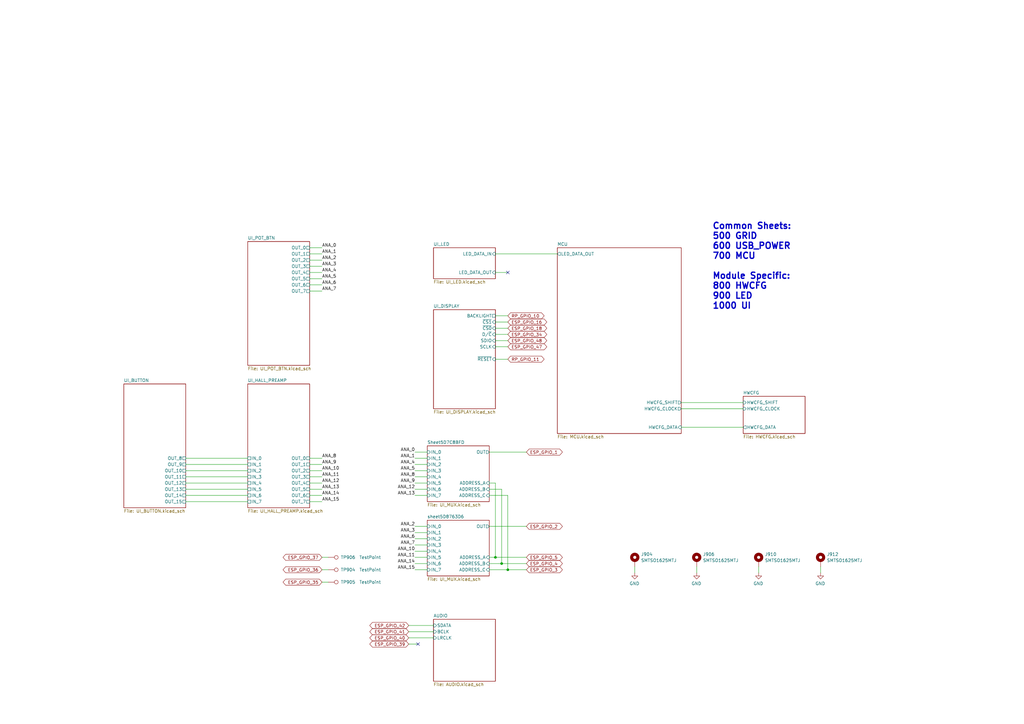
<source format=kicad_sch>
(kicad_sch (version 20231120) (generator "eeschema") (generator_version "8.0")
  (paper "A3")
  (lib_symbols
    (symbol "Connector:TestPoint" (pin_numbers hide) (pin_names (offset 0.762) hide)
      (property "Reference" "TP" (at 0 6.858 0))
      (property "Value" "TestPoint" (at 0 5.08 0))
      (symbol "TestPoint_0_1"
        (circle (center 0 3.302) (radius 0.762))
      )
      (symbol "TestPoint_1_1"
        (pin passive line (at 0 0 90) (length 2.54) (name "1") (number "1"))
      )
    )
    (symbol "power:GND" (power) (pin_names (offset 0))
      (property "Value" "GND" (at 0 -3.81 0))
      (symbol "GND_0_1"
        (polyline (pts (xy 0 0) (xy 0 -1.27) (xy 1.27 -1.27) (xy 0 -2.54) (xy -1.27 -1.27) (xy 0 -1.27)))
      )
      (symbol "GND_1_1"
        (pin power_in line (at 0 0 270) (length 0) hide (name "GND") (number "1"))
      )
    )
    (symbol "suku_basics:SMD_NUT" (pin_numbers hide) (pin_names (offset 1.016) hide)
      (property "Reference" "J" (at 0 6.35 0))
      (property "Value" "SMD_NUT" (at 0 4.445 0))
      (symbol "SMD_NUT_0_1"
        (circle (center 0 1.27) (radius 1.27) (stroke (width 1.27)))
      )
      (symbol "SMD_NUT_1_1"
        (pin input line (at 0 -2.54 90) (length 2.54) (name "1") (number "1"))
      )
    )
  )
  (junction (at 203.2 228.6))
  (junction (at 208.28 233.68))
  (junction (at 205.74 231.14))
  (no_connect (at 208.28 111.76))
  (no_connect (at 171.45 264.16))
  (wire (pts (xy 175.26 203.2) (xy 170.18 203.2)))
  (wire (pts (xy 279.4 165.1) (xy 304.8 165.1)))
  (wire (pts (xy 132.08 203.2) (xy 127 203.2)))
  (wire (pts (xy 127 101.6) (xy 132.08 101.6)))
  (wire (pts (xy 203.2 111.76) (xy 208.28 111.76)))
  (wire (pts (xy 132.08 193.04) (xy 127 193.04)))
  (wire (pts (xy 311.15 232.41) (xy 311.15 234.95)))
  (wire (pts (xy 228.6 104.14) (xy 203.2 104.14)))
  (wire (pts (xy 285.75 232.41) (xy 285.75 234.95)))
  (wire (pts (xy 127 190.5) (xy 132.08 190.5)))
  (wire (pts (xy 175.26 198.12) (xy 170.18 198.12)))
  (wire (pts (xy 175.26 233.68) (xy 170.18 233.68)))
  (wire (pts (xy 167.64 261.62) (xy 177.8 261.62)))
  (wire (pts (xy 76.2 193.04) (xy 101.6 193.04)))
  (wire (pts (xy 127 119.38) (xy 132.08 119.38)))
  (wire (pts (xy 132.08 238.76) (xy 134.62 238.76)))
  (wire (pts (xy 132.08 198.12) (xy 127 198.12)))
  (wire (pts (xy 336.55 232.41) (xy 336.55 234.95)))
  (wire (pts (xy 76.2 198.12) (xy 101.6 198.12)))
  (wire (pts (xy 260.35 232.41) (xy 260.35 234.95)))
  (wire (pts (xy 175.26 220.98) (xy 170.18 220.98)))
  (wire (pts (xy 200.66 228.6) (xy 203.2 228.6)))
  (wire (pts (xy 132.08 233.68) (xy 134.62 233.68)))
  (wire (pts (xy 127 109.22) (xy 132.08 109.22)))
  (wire (pts (xy 167.64 256.54) (xy 177.8 256.54)))
  (wire (pts (xy 203.2 134.62) (xy 208.28 134.62)))
  (wire (pts (xy 175.26 193.04) (xy 170.18 193.04)))
  (wire (pts (xy 200.66 185.42) (xy 215.9 185.42)))
  (wire (pts (xy 175.26 218.44) (xy 170.18 218.44)))
  (wire (pts (xy 167.64 259.08) (xy 177.8 259.08)))
  (wire (pts (xy 200.66 215.9) (xy 215.9 215.9)))
  (wire (pts (xy 203.2 147.32) (xy 208.28 147.32)))
  (wire (pts (xy 200.66 200.66) (xy 205.74 200.66)))
  (wire (pts (xy 208.28 233.68) (xy 215.9 233.68)))
  (wire (pts (xy 200.66 233.68) (xy 208.28 233.68)))
  (wire (pts (xy 279.4 175.26) (xy 304.8 175.26)))
  (wire (pts (xy 200.66 231.14) (xy 205.74 231.14)))
  (wire (pts (xy 132.08 106.68) (xy 127 106.68)))
  (wire (pts (xy 76.2 205.74) (xy 101.6 205.74)))
  (wire (pts (xy 205.74 200.66) (xy 205.74 231.14)))
  (wire (pts (xy 175.26 228.6) (xy 170.18 228.6)))
  (wire (pts (xy 127 104.14) (xy 132.08 104.14)))
  (wire (pts (xy 203.2 132.08) (xy 208.28 132.08)))
  (wire (pts (xy 132.08 111.76) (xy 127 111.76)))
  (wire (pts (xy 132.08 228.6) (xy 134.62 228.6)))
  (wire (pts (xy 175.26 187.96) (xy 170.18 187.96)))
  (wire (pts (xy 175.26 226.06) (xy 170.18 226.06)))
  (wire (pts (xy 203.2 142.24) (xy 208.28 142.24)))
  (wire (pts (xy 127 205.74) (xy 132.08 205.74)))
  (wire (pts (xy 279.4 167.64) (xy 304.8 167.64)))
  (wire (pts (xy 175.26 195.58) (xy 170.18 195.58)))
  (wire (pts (xy 175.26 215.9) (xy 170.18 215.9)))
  (wire (pts (xy 203.2 139.7) (xy 208.28 139.7)))
  (wire (pts (xy 132.08 187.96) (xy 127 187.96)))
  (wire (pts (xy 167.64 264.16) (xy 171.45 264.16)))
  (wire (pts (xy 200.66 198.12) (xy 203.2 198.12)))
  (wire (pts (xy 127 195.58) (xy 132.08 195.58)))
  (wire (pts (xy 205.74 231.14) (xy 215.9 231.14)))
  (wire (pts (xy 203.2 228.6) (xy 215.9 228.6)))
  (wire (pts (xy 76.2 195.58) (xy 101.6 195.58)))
  (wire (pts (xy 203.2 137.16) (xy 208.28 137.16)))
  (wire (pts (xy 175.26 190.5) (xy 170.18 190.5)))
  (wire (pts (xy 203.2 198.12) (xy 203.2 228.6)))
  (wire (pts (xy 175.26 231.14) (xy 170.18 231.14)))
  (wire (pts (xy 127 200.66) (xy 132.08 200.66)))
  (wire (pts (xy 208.28 203.2) (xy 208.28 233.68)))
  (wire (pts (xy 203.2 129.54) (xy 208.28 129.54)))
  (wire (pts (xy 76.2 200.66) (xy 101.6 200.66)))
  (wire (pts (xy 76.2 203.2) (xy 101.6 203.2)))
  (wire (pts (xy 175.26 185.42) (xy 170.18 185.42)))
  (wire (pts (xy 76.2 187.96) (xy 101.6 187.96)))
  (wire (pts (xy 127 114.3) (xy 132.08 114.3)))
  (wire (pts (xy 175.26 223.52) (xy 170.18 223.52)))
  (wire (pts (xy 175.26 200.66) (xy 170.18 200.66)))
  (wire (pts (xy 200.66 203.2) (xy 208.28 203.2)))
  (wire (pts (xy 76.2 190.5) (xy 101.6 190.5)))
  (wire (pts (xy 132.08 116.84) (xy 127 116.84)))
  (text "Common Sheets:\n500 GRID\n600 USB_POWER\n700 MCU\n\nModule Specific:\n800 HWCFG\n900 LED\n1000 UI" (at 292.1 127 0) (effects (font (size 2.54 2.54) (thickness 0.508) (bold yes)) (justify left bottom)))
  (label "ANA_13" (at 132.08 200.66 0))
  (label "ANA_6" (at 132.08 116.84 0))
  (label "ANA_6" (at 170.18 220.98 180))
  (label "ANA_15" (at 170.18 233.68 180))
  (label "ANA_9" (at 170.18 198.12 180))
  (label "ANA_4" (at 132.08 111.76 0))
  (label "ANA_14" (at 170.18 231.14 180))
  (label "ANA_10" (at 170.18 226.06 180))
  (label "ANA_4" (at 170.18 190.5 180))
  (label "ANA_5" (at 170.18 193.04 180))
  (label "ANA_1" (at 170.18 187.96 180))
  (label "ANA_11" (at 170.18 228.6 180))
  (label "ANA_5" (at 132.08 114.3 0))
  (label "ANA_13" (at 170.18 203.2 180))
  (label "ANA_7" (at 170.18 223.52 180))
  (label "ANA_2" (at 170.18 215.9 180))
  (label "ANA_11" (at 132.08 195.58 0))
  (label "ANA_12" (at 132.08 198.12 0))
  (label "ANA_3" (at 132.08 109.22 0))
  (label "ANA_12" (at 170.18 200.66 180))
  (label "ANA_8" (at 170.18 195.58 180))
  (label "ANA_14" (at 132.08 203.2 0))
  (label "ANA_2" (at 132.08 106.68 0))
  (label "ANA_0" (at 170.18 185.42 180))
  (label "ANA_0" (at 132.08 101.6 0))
  (label "ANA_8" (at 132.08 187.96 0))
  (label "ANA_7" (at 132.08 119.38 0))
  (label "ANA_3" (at 170.18 218.44 180))
  (label "ANA_15" (at 132.08 205.74 0))
  (label "ANA_9" (at 132.08 190.5 0))
  (label "ANA_1" (at 132.08 104.14 0))
  (label "ANA_10" (at 132.08 193.04 0))
  (global_label "ESP_GPIO_40" (shape bidirectional) (at 167.64 261.62 180) (property "Intersheetrefs" "${INTERSHEET_REFS}" (effects (hide yes))))
  (global_label "ESP_GPIO_39" (shape bidirectional) (at 167.64 264.16 180) (property "Intersheetrefs" "${INTERSHEET_REFS}" (effects (hide yes))))
  (global_label "ESP_GPIO_16" (shape bidirectional) (at 208.28 132.08 0) (property "Intersheetrefs" "${INTERSHEET_REFS}" (effects (hide yes))))
  (global_label "ESP_GPIO_5" (shape bidirectional) (at 215.9 228.6 0) (property "Intersheetrefs" "${INTERSHEET_REFS}" (effects (hide yes))))
  (global_label "ESP_GPIO_18" (shape bidirectional) (at 208.28 134.62 0) (property "Intersheetrefs" "${INTERSHEET_REFS}" (effects (hide yes))))
  (global_label "ESP_GPIO_1" (shape bidirectional) (at 215.9 185.42 0) (property "Intersheetrefs" "${INTERSHEET_REFS}" (effects (hide yes))))
  (global_label "RP_GPIO_10" (shape bidirectional) (at 208.28 129.54 0) (property "Intersheetrefs" "${INTERSHEET_REFS}" (effects (hide yes))))
  (global_label "RP_GPIO_11" (shape bidirectional) (at 208.28 147.32 0) (property "Intersheetrefs" "${INTERSHEET_REFS}" (effects (hide yes))))
  (global_label "ESP_GPIO_35" (shape bidirectional) (at 132.08 238.76 180) (property "Intersheetrefs" "${INTERSHEET_REFS}" (effects (hide yes))))
  (global_label "ESP_GPIO_47" (shape bidirectional) (at 208.28 142.24 0) (property "Intersheetrefs" "${INTERSHEET_REFS}" (effects (hide yes))))
  (global_label "ESP_GPIO_42" (shape bidirectional) (at 167.64 256.54 180) (property "Intersheetrefs" "${INTERSHEET_REFS}" (effects (hide yes))))
  (global_label "ESP_GPIO_37" (shape bidirectional) (at 132.08 228.6 180) (property "Intersheetrefs" "${INTERSHEET_REFS}" (effects (hide yes))))
  (global_label "ESP_GPIO_4" (shape bidirectional) (at 215.9 231.14 0) (property "Intersheetrefs" "${INTERSHEET_REFS}" (effects (hide yes))))
  (global_label "ESP_GPIO_34" (shape bidirectional) (at 208.28 137.16 0) (property "Intersheetrefs" "${INTERSHEET_REFS}" (effects (hide yes))))
  (global_label "ESP_GPIO_48" (shape bidirectional) (at 208.28 139.7 0) (property "Intersheetrefs" "${INTERSHEET_REFS}" (effects (hide yes))))
  (global_label "ESP_GPIO_3" (shape bidirectional) (at 215.9 233.68 0) (property "Intersheetrefs" "${INTERSHEET_REFS}" (effects (hide yes))))
  (global_label "ESP_GPIO_2" (shape bidirectional) (at 215.9 215.9 0) (property "Intersheetrefs" "${INTERSHEET_REFS}" (effects (hide yes))))
  (global_label "ESP_GPIO_41" (shape bidirectional) (at 167.64 259.08 180) (property "Intersheetrefs" "${INTERSHEET_REFS}" (effects (hide yes))))
  (global_label "ESP_GPIO_36" (shape bidirectional) (at 132.08 233.68 180) (property "Intersheetrefs" "${INTERSHEET_REFS}" (effects (hide yes))))
  (symbol (lib_id "Connector:TestPoint") (at 134.62 233.68 270) (unit 1)
    (property "Reference" "TP904" (at 139.7 233.68 90) (effects (justify left)))
    (property "Value" "TestPoint" (at 147.32 233.68 90) (effects (justify left)))
    (property "Footprint" "TestPoint:TestPoint_Pad_D1.0mm" (effects (hide yes)))
  )
  (symbol (lib_id "suku_basics:SMD_NUT") (at 260.35 229.87 0) (unit 1)
    (property "Reference" "J904" (at 262.89 227.3299 0) (effects (justify left)))
    (property "Value" "SMTSO1625MTJ" (at 262.89 229.8699 0) (effects (justify left)))
    (property "Footprint" "suku_basics:SMD_NUT_M1.6x2.5" (effects (hide yes)))
    (property "Description" "SMD Nut" (effects (hide yes)))
  )
  (symbol (lib_id "power:GND") (at 311.15 234.95 0) (mirror y) (unit 1)
    (property "Reference" "#PWR01092" (effects (hide yes)))
    (property "Value" "GND" (at 311.023 239.3442 0))
  )
  (symbol (lib_id "power:GND") (at 285.75 234.95 0) (mirror y) (unit 1)
    (property "Reference" "#PWR01090" (effects (hide yes)))
    (property "Value" "GND" (at 285.623 239.3442 0))
  )
  (symbol (lib_id "Connector:TestPoint") (at 134.62 238.76 270) (unit 1)
    (property "Reference" "TP905" (at 139.7 238.76 90) (effects (justify left)))
    (property "Value" "TestPoint" (at 147.32 238.76 90) (effects (justify left)))
    (property "Footprint" "TestPoint:TestPoint_Pad_D1.0mm" (effects (hide yes)))
  )
  (symbol (lib_id "Connector:TestPoint") (at 134.62 228.6 270) (unit 1)
    (property "Reference" "TP906" (at 139.7 228.6 90) (effects (justify left)))
    (property "Value" "TestPoint" (at 147.32 228.6 90) (effects (justify left)))
    (property "Footprint" "TestPoint:TestPoint_Pad_D1.0mm" (effects (hide yes)))
  )
  (symbol (lib_id "suku_basics:SMD_NUT") (at 336.55 229.87 0) (unit 1)
    (property "Reference" "J912" (at 339.09 227.3299 0) (effects (justify left)))
    (property "Value" "SMTSO1625MTJ" (at 339.09 229.8699 0) (effects (justify left)))
    (property "Footprint" "suku_basics:SMD_NUT_M1.6x2.5" (effects (hide yes)))
    (property "Description" "SMD Nut" (effects (hide yes)))
  )
  (symbol (lib_id "power:GND") (at 260.35 234.95 0) (mirror y) (unit 1)
    (property "Reference" "#PWR01088" (effects (hide yes)))
    (property "Value" "GND" (at 260.223 239.3442 0))
  )
  (symbol (lib_id "suku_basics:SMD_NUT") (at 285.75 229.87 0) (unit 1)
    (property "Reference" "J906" (at 288.29 227.3299 0) (effects (justify left)))
    (property "Value" "SMTSO1625MTJ" (at 288.29 229.8699 0) (effects (justify left)))
    (property "Footprint" "suku_basics:SMD_NUT_M1.6x2.5" (effects (hide yes)))
    (property "Description" "SMD Nut" (effects (hide yes)))
  )
  (symbol (lib_id "power:GND") (at 336.55 234.95 0) (mirror y) (unit 1)
    (property "Reference" "#PWR01094" (effects (hide yes)))
    (property "Value" "GND" (at 336.423 239.3442 0))
  )
  (symbol (lib_id "suku_basics:SMD_NUT") (at 311.15 229.87 0) (unit 1)
    (property "Reference" "J910" (at 313.69 227.3299 0) (effects (justify left)))
    (property "Value" "SMTSO1625MTJ" (at 313.69 229.8699 0) (effects (justify left)))
    (property "Footprint" "suku_basics:SMD_NUT_M1.6x2.5" (effects (hide yes)))
    (property "Description" "SMD Nut" (effects (hide yes)))
  )
  (sheet (at 177.8 101.6) (size 25.4 12.7)
    (property "Sheetname" "UI_LED" (at 177.8 100.8884 0) (effects (justify left bottom)))
    (property "Sheetfile" "UI_LED.kicad_sch" (at 177.8 114.8846 0) (effects (justify left top)))
    (pin "LED_DATA_IN" input (at 203.2 104.14 0))
    (pin "LED_DATA_OUT" input (at 203.2 111.76 0))
  )
  (sheet (at 101.6 99.06) (size 25.4 50.8)
    (property "Sheetname" "UI_POT_BTN" (at 101.6 98.3484 0) (effects (justify left bottom)))
    (property "Sheetfile" "UI_POT_BTN.kicad_sch" (at 101.6 150.4446 0) (effects (justify left top)))
    (pin "OUT_0" passive (at 127 101.6 0))
    (pin "OUT_1" passive (at 127 104.14 0))
    (pin "OUT_2" passive (at 127 106.68 0))
    (pin "OUT_3" passive (at 127 109.22 0))
    (pin "OUT_4" passive (at 127 111.76 0))
    (pin "OUT_5" passive (at 127 114.3 0))
    (pin "OUT_6" passive (at 127 116.84 0))
    (pin "OUT_7" passive (at 127 119.38 0))
  )
  (sheet (at 50.8 157.48) (size 25.4 50.8)
    (property "Sheetname" "UI_BUTTON" (at 50.8 156.7684 0) (effects (justify left bottom)))
    (property "Sheetfile" "UI_BUTTON.kicad_sch" (at 50.8 208.8646 0) (effects (justify left top)))
    (pin "OUT_12" passive (at 76.2 198.12 0))
    (pin "OUT_13" passive (at 76.2 200.66 0))
    (pin "OUT_14" passive (at 76.2 203.2 0))
    (pin "OUT_15" passive (at 76.2 205.74 0))
    (pin "OUT_11" passive (at 76.2 195.58 0))
    (pin "OUT_10" passive (at 76.2 193.04 0))
    (pin "OUT_9" passive (at 76.2 190.5 0))
    (pin "OUT_8" passive (at 76.2 187.96 0))
  )
  (sheet (at 228.6 101.6) (size 50.8 76.2)
    (property "Sheetname" "MCU" (at 228.6 100.8884 0) (effects (justify left bottom)))
    (property "Sheetfile" "MCU.kicad_sch" (at 228.6 178.3846 0) (effects (justify left top)))
    (pin "LED_DATA_OUT" output (at 228.6 104.14 180))
    (pin "HWCFG_DATA" input (at 279.4 175.26 0))
    (pin "HWCFG_CLOCK" output (at 279.4 167.64 0))
    (pin "HWCFG_SHIFT" output (at 279.4 165.1 0))
  )
  (sheet (at 175.26 182.88) (size 25.4 22.86)
    (property "Sheetname" "Sheet5D7C8BFD" (at 175.26 182.1684 0) (effects (justify left bottom)))
    (property "Sheetfile" "UI_MUX.kicad_sch" (at 175.26 206.3246 0) (effects (justify left top)))
    (pin "OUT" output (at 200.66 185.42 0))
    (pin "IN_0" input (at 175.26 185.42 180))
    (pin "IN_1" input (at 175.26 187.96 180))
    (pin "IN_2" input (at 175.26 190.5 180))
    (pin "IN_3" input (at 175.26 193.04 180))
    (pin "IN_4" input (at 175.26 195.58 180))
    (pin "IN_5" input (at 175.26 198.12 180))
    (pin "IN_6" input (at 175.26 200.66 180))
    (pin "IN_7" input (at 175.26 203.2 180))
    (pin "ADDRESS_C" input (at 200.66 203.2 0))
    (pin "ADDRESS_B" input (at 200.66 200.66 0))
    (pin "ADDRESS_A" input (at 200.66 198.12 0))
  )
  (sheet (at 175.26 213.36) (size 25.4 22.86)
    (property "Sheetname" "sheet5D8763D6" (at 175.26 212.6484 0) (effects (justify left bottom)))
    (property "Sheetfile" "UI_MUX.kicad_sch" (at 175.26 236.8046 0) (effects (justify left top)))
    (pin "IN_0" input (at 175.26 215.9 180))
    (pin "IN_1" input (at 175.26 218.44 180))
    (pin "IN_2" input (at 175.26 220.98 180))
    (pin "IN_3" input (at 175.26 223.52 180))
    (pin "IN_4" input (at 175.26 226.06 180))
    (pin "IN_5" input (at 175.26 228.6 180))
    (pin "IN_6" input (at 175.26 231.14 180))
    (pin "IN_7" input (at 175.26 233.68 180))
    (pin "OUT" output (at 200.66 215.9 0))
    (pin "ADDRESS_C" input (at 200.66 233.68 0))
    (pin "ADDRESS_B" input (at 200.66 231.14 0))
    (pin "ADDRESS_A" input (at 200.66 228.6 0))
  )
  (sheet (at 304.8 162.56) (size 25.4 15.24)
    (property "Sheetname" "HWCFG" (at 304.8 161.8484 0) (effects (justify left bottom)))
    (property "Sheetfile" "HWCFG.kicad_sch" (at 304.8 178.3846 0) (effects (justify left top)))
    (pin "HWCFG_DATA" output (at 304.8 175.26 180))
    (pin "HWCFG_CLOCK" input (at 304.8 167.64 180))
    (pin "HWCFG_SHIFT" input (at 304.8 165.1 180))
  )
  (sheet (at 177.8 254) (size 25.4 25.4) (stroke (width 0.1524))
    (property "Sheetname" "AUDIO" (at 177.8 253.2884 0) (effects (justify left bottom)))
    (property "Sheetfile" "AUDIO.kicad_sch" (at 177.8 279.9846 0) (effects (justify left top)))
    (pin "SDATA" input (at 177.8 256.54 180))
    (pin "BCLK" input (at 177.8 259.08 180))
    (pin "LRCLK" input (at 177.8 261.62 180))
  )
  (sheet (at 177.8 127) (size 25.4 40.64) (stroke (width 0.1524))
    (property "Sheetname" "UI_DISPLAY" (at 177.8 126.2884 0) (effects (justify left bottom)))
    (property "Sheetfile" "UI_DISPLAY.kicad_sch" (at 177.8 168.2246 0) (effects (justify left top)))
    (pin "~{RESET}" input (at 203.2 147.32 0))
    (pin "BACKLIGHT" passive (at 203.2 129.54 0))
    (pin "~{CS0}" input (at 203.2 134.62 0))
    (pin "D{slash}~{C}" input (at 203.2 137.16 0))
    (pin "SDIO" input (at 203.2 139.7 0))
    (pin "SCLK" input (at 203.2 142.24 0))
    (pin "~{CS1}" input (at 203.2 132.08 0))
  )
  (sheet (at 101.6 157.48) (size 25.4 50.8) (stroke (width 0.1524))
    (property "Sheetname" "UI_HALL_PREAMP" (at 101.6 156.7684 0) (effects (justify left bottom)))
    (property "Sheetfile" "UI_HALL_PREAMP.kicad_sch" (at 101.6 208.8646 0) (effects (justify left top)))
    (pin "OUT_6" passive (at 127 203.2 0))
    (pin "OUT_5" passive (at 127 200.66 0))
    (pin "OUT_4" passive (at 127 198.12 0))
    (pin "OUT_7" passive (at 127 205.74 0))
    (pin "IN_5" passive (at 101.6 200.66 180))
    (pin "IN_4" passive (at 101.6 198.12 180))
    (pin "IN_6" passive (at 101.6 203.2 180))
    (pin "IN_7" passive (at 101.6 205.74 180))
    (pin "OUT_2" passive (at 127 193.04 0))
    (pin "OUT_3" passive (at 127 195.58 0))
    (pin "IN_0" passive (at 101.6 187.96 180))
    (pin "IN_1" passive (at 101.6 190.5 180))
    (pin "OUT_0" passive (at 127 187.96 0))
    (pin "IN_2" passive (at 101.6 193.04 180))
    (pin "OUT_1" passive (at 127 190.5 0))
    (pin "IN_3" passive (at 101.6 195.58 180))
  )
)
</source>
